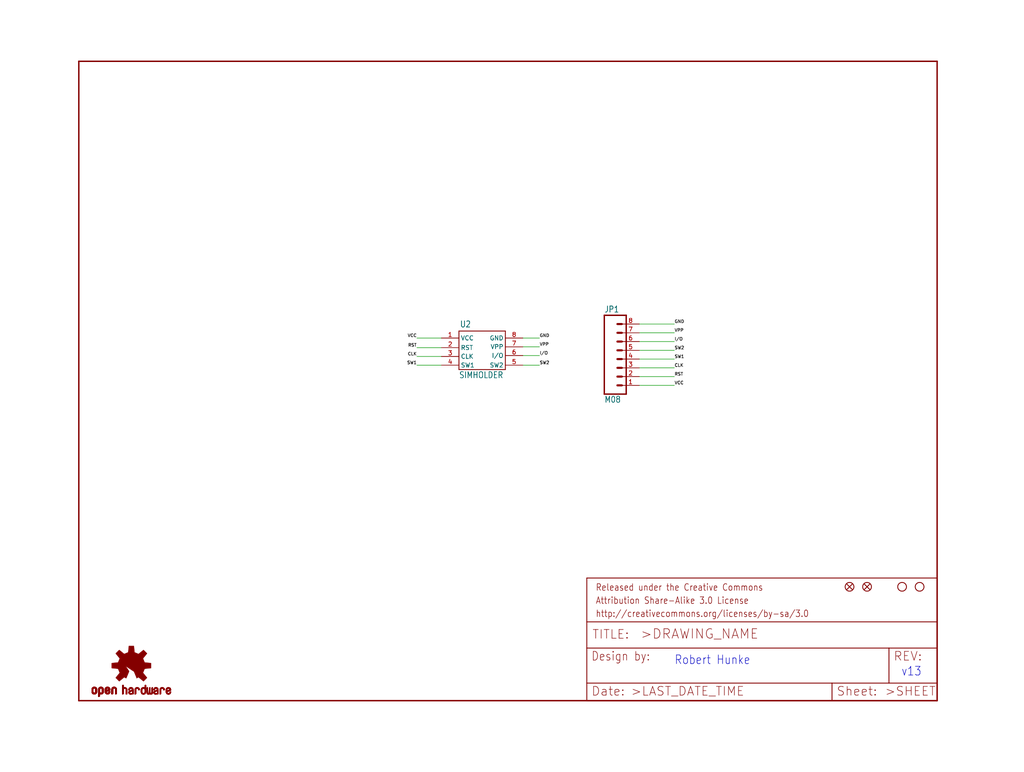
<source format=kicad_sch>
(kicad_sch (version 20211123) (generator eeschema)
  (paper "User" 297.002 223.926)
  (lib_symbols
    (symbol "schematicEagle-eagle-import:FIDUCIALUFIDUCIAL")
    (symbol "schematicEagle-eagle-import:FRAME-LETTER"
      (symbol "FRAME-LETTER_2_0"
        (text ">DRAWING_NAME" (at 15.494 17.78 0) (effects (font (size 2.7432 2.7432)) (justify left bottom)))
        (text ">LAST_DATE_TIME" (at 12.7 1.27 0) (effects (font (size 2.54 2.54)) (justify left bottom)))
        (text ">SHEET" (at 86.36 1.27 0) (effects (font (size 2.54 2.54)) (justify left bottom)))
        (text "Attribution Share-Alike 3.0 License" (at 2.54 27.94 0) (effects (font (size 1.9304 1.6408)) (justify left bottom)))
        (text "Date:" (at 1.27 1.27 0) (effects (font (size 2.54 2.54)) (justify left bottom)))
        (text "Design by:" (at 1.27 11.43 0) (effects (font (size 2.54 2.159)) (justify left bottom)))
        (text "http://creativecommons.org/licenses/by-sa/3.0" (at 2.54 24.13 0) (effects (font (size 1.9304 1.6408)) (justify left bottom)))
        (text "Released under the Creative Commons" (at 2.54 31.75 0) (effects (font (size 1.9304 1.6408)) (justify left bottom)))
        (text "REV:" (at 88.9 11.43 0) (effects (font (size 2.54 2.54)) (justify left bottom)))
        (text "Sheet:" (at 72.39 1.27 0) (effects (font (size 2.54 2.54)) (justify left bottom)))
        (text "TITLE:" (at 1.524 17.78 0) (effects (font (size 2.54 2.54)) (justify left bottom)))
      )
    )
    (symbol "schematicEagle-eagle-import:M08"
      (property "Reference" "JP" (at -5.08 13.462 0))
      (property "Value" "M08" (at -5.08 -12.7 0))
      (symbol "M08_1_0"
        (pin passive line (at 5.08 -7.62 180) (length 5.08) (name "1") (number "1"))
        (pin passive line (at 5.08 -5.08 180) (length 5.08) (name "2") (number "2"))
        (pin passive line (at 5.08 -2.54 180) (length 5.08) (name "3") (number "3"))
        (pin passive line (at 5.08 0 180) (length 5.08) (name "4") (number "4"))
        (pin passive line (at 5.08 2.54 180) (length 5.08) (name "5") (number "5"))
        (pin passive line (at 5.08 5.08 180) (length 5.08) (name "6") (number "6"))
        (pin passive line (at 5.08 7.62 180) (length 5.08) (name "7") (number "7"))
        (pin passive line (at 5.08 10.16 180) (length 5.08) (name "8") (number "8"))
      )
    )
    (symbol "schematicEagle-eagle-import:OSHW-LOGOS")
    (symbol "schematicEagle-eagle-import:SIMHOLDER2"
      (property "Value" "SIMHOLDER2" (at -6.604 -8.128 0))
      (symbol "SIMHOLDER2_1_0"
        (pin bidirectional line (at -11.684 3.556 0) (length 5.08) (name "VCC") (number "1"))
        (pin bidirectional line (at -11.684 0.762 0) (length 5.08) (name "RST") (number "2"))
        (pin bidirectional line (at -11.684 -1.778 0) (length 5.08) (name "CLK") (number "3"))
        (pin bidirectional line (at -11.684 -4.318 0) (length 5.08) (name "SW1") (number "4"))
        (pin bidirectional line (at 11.938 -4.318 180) (length 5.08) (name "SW2") (number "5"))
        (pin bidirectional line (at 11.938 -1.524 180) (length 5.08) (name "I/O") (number "6"))
        (pin bidirectional line (at 11.938 1.016 180) (length 5.08) (name "VPP") (number "7"))
        (pin bidirectional line (at 11.938 3.556 180) (length 5.08) (name "GND") (number "8"))
      )
    )
    (symbol "schematicEagle-eagle-import:STAND-OFF")
  )
  (wire (pts (xy 151.638 100.584) (xy 156.464 100.584)))
  (wire (pts (xy 185.42 109.22) (xy 195.58 109.22)))
  (wire (pts (xy 128.016 100.838) (xy 120.904 100.838)))
  (wire (pts (xy 185.42 111.76) (xy 195.58 111.76)))
  (wire (pts (xy 128.016 105.918) (xy 120.904 105.918)))
  (wire (pts (xy 151.638 98.044) (xy 156.464 98.044)))
  (wire (pts (xy 128.016 98.044) (xy 120.904 98.044)))
  (wire (pts (xy 151.638 103.124) (xy 156.464 103.124)))
  (wire (pts (xy 185.42 96.52) (xy 195.58 96.52)))
  (wire (pts (xy 185.42 99.06) (xy 195.58 99.06)))
  (wire (pts (xy 151.638 105.918) (xy 156.464 105.918)))
  (wire (pts (xy 185.42 101.6) (xy 195.58 101.6)))
  (wire (pts (xy 185.42 104.14) (xy 195.58 104.14)))
  (wire (pts (xy 185.42 106.68) (xy 195.58 106.68)))
  (wire (pts (xy 185.42 93.98) (xy 195.58 93.98)))
  (wire (pts (xy 128.016 103.378) (xy 120.904 103.378)))
  (text "Robert Hunke" (at 195.58 193.04 180) (effects (font (size 2.54 2.159)) (justify left bottom)))
  (text "v13" (at 261.366 196.342 180) (effects (font (size 2.54 2.159)) (justify left bottom)))
  (label "RST" (at 120.904 100.838 180) (effects (font (size 0.889 0.889))))
  (label "I/O" (at 195.58 99.06 0) (effects (font (size 0.889 0.889))))
  (label "SW2" (at 156.464 105.918 0) (effects (font (size 0.889 0.889))))
  (label "VCC" (at 120.904 98.044 180) (effects (font (size 0.889 0.889))))
  (label "GND" (at 156.464 98.044 0) (effects (font (size 0.889 0.889))))
  (label "CLK" (at 195.58 106.68 0) (effects (font (size 0.889 0.889))))
  (label "SW2" (at 195.58 101.6 0) (effects (font (size 0.889 0.889))))
  (label "I/O" (at 156.464 103.124 0) (effects (font (size 0.889 0.889))))
  (label "RST" (at 195.58 109.22 0) (effects (font (size 0.889 0.889))))
  (label "VCC" (at 195.58 111.76 0) (effects (font (size 0.889 0.889))))
  (label "GND" (at 195.58 93.98 0) (effects (font (size 0.889 0.889))))
  (label "CLK" (at 120.904 103.378 180) (effects (font (size 0.889 0.889))))
  (label "SW1" (at 195.58 104.14 0) (effects (font (size 0.889 0.889))))
  (label "SW1" (at 120.904 105.918 180) (effects (font (size 0.889 0.889))))
  (label "VPP" (at 195.58 96.52 0) (effects (font (size 0.889 0.889))))
  (label "VPP" (at 156.464 100.584 0) (effects (font (size 0.889 0.889))))
  (symbol (lib_id "schematicEagle-eagle-import:FIDUCIALUFIDUCIAL") (at 246.38 170.18 0) (unit 1)
    (property "Reference" "FID1" (effects hide))
    (property "Value" "FIDUCIALUFIDUCIAL" (effects hide))
    (property "Footprint" "schematicEagle:MICRO-FIDUCIAL" (effects hide))
  )
  (symbol (lib_id "schematicEagle-eagle-import:STAND-OFF") (at 261.62 170.18 0) (unit 1)
    (property "Reference" "STANDOFF1" (effects hide))
    (property "Value" "STAND-OFF" (effects hide))
    (property "Footprint" "schematicEagle:STAND-OFF" (effects hide))
  )
  (symbol (lib_id "schematicEagle-eagle-import:STAND-OFF") (at 266.7 170.18 0) (unit 1)
    (property "Reference" "STANDOFF2" (effects hide))
    (property "Value" "STAND-OFF" (effects hide))
    (property "Footprint" "schematicEagle:STAND-OFF" (effects hide))
  )
  (symbol (lib_id "schematicEagle-eagle-import:M08") (at 180.34 104.14 0) (unit 1)
    (property "Reference" "JP1" (at 175.26 90.678 0) (effects (font (size 1.778 1.5113)) (justify left bottom)))
    (property "Value" "M08" (at 175.26 116.84 0) (effects (font (size 1.778 1.5113)) (justify left bottom)))
    (property "Footprint" "schematicEagle:1X08" (effects hide))
  )
  (symbol (lib_id "schematicEagle-eagle-import:FRAME-LETTER") (at 170.18 203.2 0) (unit 2)
    (property "Reference" "FRAME2" (effects hide))
    (property "Value" "FRAME-LETTER" (effects hide))
    (property "Footprint" "schematicEagle:CREATIVE_COMMONS" (effects hide))
  )
  (symbol (lib_id "schematicEagle-eagle-import:SIMHOLDER2") (at 139.7 101.6 0) (unit 1)
    (property "Reference" "U2" (at 133.35 94.996 0) (effects (font (size 1.778 1.5113)) (justify left bottom)))
    (property "Value" "SIMHOLDER" (at 133.096 109.728 0) (effects (font (size 1.778 1.5113)) (justify left bottom)))
    (property "Footprint" "schematicEagle:SIMHOLDER2" (effects hide))
  )
  (symbol (lib_id "schematicEagle-eagle-import:FRAME-LETTER") (at 22.86 203.2 0) (unit 1)
    (property "Reference" "FRAME2" (effects hide))
    (property "Value" "FRAME-LETTER" (effects hide))
    (property "Footprint" "schematicEagle:CREATIVE_COMMONS" (effects hide))
  )
  (symbol (lib_id "schematicEagle-eagle-import:OSHW-LOGOS") (at 38.1 193.04 0) (unit 1)
    (property "Reference" "LOGO1" (effects hide))
    (property "Value" "OSHW-LOGOS" (effects hide))
    (property "Footprint" "schematicEagle:OSHW-LOGO-S" (effects hide))
  )
  (symbol (lib_id "schematicEagle-eagle-import:FIDUCIALUFIDUCIAL") (at 251.46 170.18 0) (unit 1)
    (property "Reference" "FID2" (effects hide))
    (property "Value" "FIDUCIALUFIDUCIAL" (effects hide))
    (property "Footprint" "schematicEagle:MICRO-FIDUCIAL" (effects hide))
  )
)
</source>
